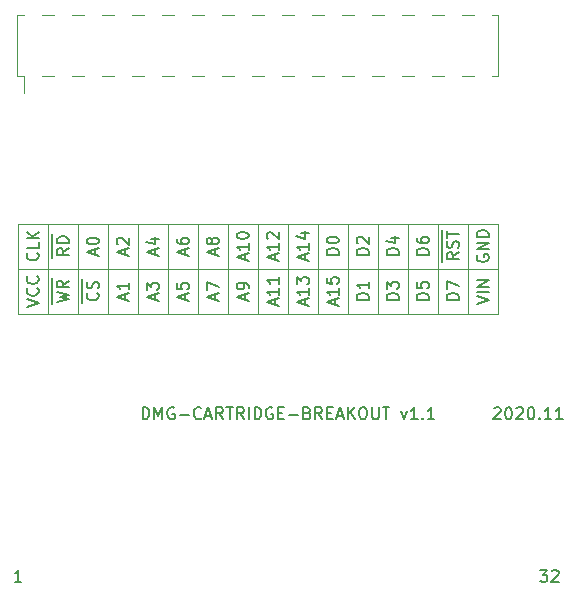
<source format=gbr>
G04 #@! TF.GenerationSoftware,KiCad,Pcbnew,5.1.7-a382d34a8~87~ubuntu18.04.1*
G04 #@! TF.CreationDate,2020-11-24T05:08:32+09:00*
G04 #@! TF.ProjectId,dmg-cartridge-breakout,646d672d-6361-4727-9472-696467652d62,rev?*
G04 #@! TF.SameCoordinates,Original*
G04 #@! TF.FileFunction,Legend,Top*
G04 #@! TF.FilePolarity,Positive*
%FSLAX46Y46*%
G04 Gerber Fmt 4.6, Leading zero omitted, Abs format (unit mm)*
G04 Created by KiCad (PCBNEW 5.1.7-a382d34a8~87~ubuntu18.04.1) date 2020-11-24 05:08:32*
%MOMM*%
%LPD*%
G01*
G04 APERTURE LIST*
%ADD10C,0.150000*%
%ADD11C,0.120000*%
G04 APERTURE END LIST*
D10*
X71842380Y-59920238D02*
X72842380Y-59586904D01*
X71842380Y-59253571D01*
X72842380Y-58920238D02*
X71842380Y-58920238D01*
X72842380Y-58444047D02*
X71842380Y-58444047D01*
X72842380Y-57872619D01*
X71842380Y-57872619D01*
D11*
X71120000Y-60730000D02*
X71120000Y-53110000D01*
X68580000Y-60730000D02*
X68580000Y-53110000D01*
X66040000Y-60730000D02*
X66040000Y-53110000D01*
X63500000Y-60730000D02*
X63500000Y-53110000D01*
X60960000Y-60730000D02*
X60960000Y-53110000D01*
X58420000Y-60730000D02*
X58420000Y-53110000D01*
X55880000Y-60730000D02*
X55880000Y-53110000D01*
X53340000Y-60730000D02*
X53340000Y-53110000D01*
X50800000Y-60730000D02*
X50800000Y-53110000D01*
X48260000Y-60730000D02*
X48260000Y-53110000D01*
X45720000Y-60730000D02*
X45720000Y-53110000D01*
X43180000Y-60730000D02*
X43180000Y-53110000D01*
X40640000Y-60730000D02*
X40640000Y-53110000D01*
X38100000Y-60730000D02*
X38100000Y-53110000D01*
X35560000Y-60730000D02*
X35560000Y-53110000D01*
X33020000Y-53110000D02*
X73660000Y-53110000D01*
X33020000Y-60730000D02*
X33020000Y-53110000D01*
X73660000Y-60730000D02*
X33020000Y-60730000D01*
X73660000Y-53110000D02*
X73660000Y-60730000D01*
X33020000Y-56920000D02*
X73660000Y-56920000D01*
D10*
X71890000Y-55776904D02*
X71842380Y-55872142D01*
X71842380Y-56015000D01*
X71890000Y-56157857D01*
X71985238Y-56253095D01*
X72080476Y-56300714D01*
X72270952Y-56348333D01*
X72413809Y-56348333D01*
X72604285Y-56300714D01*
X72699523Y-56253095D01*
X72794761Y-56157857D01*
X72842380Y-56015000D01*
X72842380Y-55919761D01*
X72794761Y-55776904D01*
X72747142Y-55729285D01*
X72413809Y-55729285D01*
X72413809Y-55919761D01*
X72842380Y-55300714D02*
X71842380Y-55300714D01*
X72842380Y-54729285D01*
X71842380Y-54729285D01*
X72842380Y-54253095D02*
X71842380Y-54253095D01*
X71842380Y-54015000D01*
X71890000Y-53872142D01*
X71985238Y-53776904D01*
X72080476Y-53729285D01*
X72270952Y-53681666D01*
X72413809Y-53681666D01*
X72604285Y-53729285D01*
X72699523Y-53776904D01*
X72794761Y-53872142D01*
X72842380Y-54015000D01*
X72842380Y-54253095D01*
X68935000Y-56372142D02*
X68935000Y-55372142D01*
X70302380Y-55562619D02*
X69826190Y-55895952D01*
X70302380Y-56134047D02*
X69302380Y-56134047D01*
X69302380Y-55753095D01*
X69350000Y-55657857D01*
X69397619Y-55610238D01*
X69492857Y-55562619D01*
X69635714Y-55562619D01*
X69730952Y-55610238D01*
X69778571Y-55657857D01*
X69826190Y-55753095D01*
X69826190Y-56134047D01*
X68935000Y-55372142D02*
X68935000Y-54419761D01*
X70254761Y-55181666D02*
X70302380Y-55038809D01*
X70302380Y-54800714D01*
X70254761Y-54705476D01*
X70207142Y-54657857D01*
X70111904Y-54610238D01*
X70016666Y-54610238D01*
X69921428Y-54657857D01*
X69873809Y-54705476D01*
X69826190Y-54800714D01*
X69778571Y-54991190D01*
X69730952Y-55086428D01*
X69683333Y-55134047D01*
X69588095Y-55181666D01*
X69492857Y-55181666D01*
X69397619Y-55134047D01*
X69350000Y-55086428D01*
X69302380Y-54991190D01*
X69302380Y-54753095D01*
X69350000Y-54610238D01*
X68935000Y-54419761D02*
X68935000Y-53657857D01*
X69302380Y-54324523D02*
X69302380Y-53753095D01*
X70302380Y-54038809D02*
X69302380Y-54038809D01*
X70302380Y-59563095D02*
X69302380Y-59563095D01*
X69302380Y-59325000D01*
X69350000Y-59182142D01*
X69445238Y-59086904D01*
X69540476Y-59039285D01*
X69730952Y-58991666D01*
X69873809Y-58991666D01*
X70064285Y-59039285D01*
X70159523Y-59086904D01*
X70254761Y-59182142D01*
X70302380Y-59325000D01*
X70302380Y-59563095D01*
X69302380Y-58658333D02*
X69302380Y-57991666D01*
X70302380Y-58420238D01*
X67762380Y-55753095D02*
X66762380Y-55753095D01*
X66762380Y-55515000D01*
X66810000Y-55372142D01*
X66905238Y-55276904D01*
X67000476Y-55229285D01*
X67190952Y-55181666D01*
X67333809Y-55181666D01*
X67524285Y-55229285D01*
X67619523Y-55276904D01*
X67714761Y-55372142D01*
X67762380Y-55515000D01*
X67762380Y-55753095D01*
X66762380Y-54324523D02*
X66762380Y-54515000D01*
X66810000Y-54610238D01*
X66857619Y-54657857D01*
X67000476Y-54753095D01*
X67190952Y-54800714D01*
X67571904Y-54800714D01*
X67667142Y-54753095D01*
X67714761Y-54705476D01*
X67762380Y-54610238D01*
X67762380Y-54419761D01*
X67714761Y-54324523D01*
X67667142Y-54276904D01*
X67571904Y-54229285D01*
X67333809Y-54229285D01*
X67238571Y-54276904D01*
X67190952Y-54324523D01*
X67143333Y-54419761D01*
X67143333Y-54610238D01*
X67190952Y-54705476D01*
X67238571Y-54753095D01*
X67333809Y-54800714D01*
X67762380Y-59563095D02*
X66762380Y-59563095D01*
X66762380Y-59325000D01*
X66810000Y-59182142D01*
X66905238Y-59086904D01*
X67000476Y-59039285D01*
X67190952Y-58991666D01*
X67333809Y-58991666D01*
X67524285Y-59039285D01*
X67619523Y-59086904D01*
X67714761Y-59182142D01*
X67762380Y-59325000D01*
X67762380Y-59563095D01*
X66762380Y-58086904D02*
X66762380Y-58563095D01*
X67238571Y-58610714D01*
X67190952Y-58563095D01*
X67143333Y-58467857D01*
X67143333Y-58229761D01*
X67190952Y-58134523D01*
X67238571Y-58086904D01*
X67333809Y-58039285D01*
X67571904Y-58039285D01*
X67667142Y-58086904D01*
X67714761Y-58134523D01*
X67762380Y-58229761D01*
X67762380Y-58467857D01*
X67714761Y-58563095D01*
X67667142Y-58610714D01*
X65222380Y-55753095D02*
X64222380Y-55753095D01*
X64222380Y-55515000D01*
X64270000Y-55372142D01*
X64365238Y-55276904D01*
X64460476Y-55229285D01*
X64650952Y-55181666D01*
X64793809Y-55181666D01*
X64984285Y-55229285D01*
X65079523Y-55276904D01*
X65174761Y-55372142D01*
X65222380Y-55515000D01*
X65222380Y-55753095D01*
X64555714Y-54324523D02*
X65222380Y-54324523D01*
X64174761Y-54562619D02*
X64889047Y-54800714D01*
X64889047Y-54181666D01*
X65222380Y-59563095D02*
X64222380Y-59563095D01*
X64222380Y-59325000D01*
X64270000Y-59182142D01*
X64365238Y-59086904D01*
X64460476Y-59039285D01*
X64650952Y-58991666D01*
X64793809Y-58991666D01*
X64984285Y-59039285D01*
X65079523Y-59086904D01*
X65174761Y-59182142D01*
X65222380Y-59325000D01*
X65222380Y-59563095D01*
X64222380Y-58658333D02*
X64222380Y-58039285D01*
X64603333Y-58372619D01*
X64603333Y-58229761D01*
X64650952Y-58134523D01*
X64698571Y-58086904D01*
X64793809Y-58039285D01*
X65031904Y-58039285D01*
X65127142Y-58086904D01*
X65174761Y-58134523D01*
X65222380Y-58229761D01*
X65222380Y-58515476D01*
X65174761Y-58610714D01*
X65127142Y-58658333D01*
X62682380Y-55753095D02*
X61682380Y-55753095D01*
X61682380Y-55515000D01*
X61730000Y-55372142D01*
X61825238Y-55276904D01*
X61920476Y-55229285D01*
X62110952Y-55181666D01*
X62253809Y-55181666D01*
X62444285Y-55229285D01*
X62539523Y-55276904D01*
X62634761Y-55372142D01*
X62682380Y-55515000D01*
X62682380Y-55753095D01*
X61777619Y-54800714D02*
X61730000Y-54753095D01*
X61682380Y-54657857D01*
X61682380Y-54419761D01*
X61730000Y-54324523D01*
X61777619Y-54276904D01*
X61872857Y-54229285D01*
X61968095Y-54229285D01*
X62110952Y-54276904D01*
X62682380Y-54848333D01*
X62682380Y-54229285D01*
X62682380Y-59563095D02*
X61682380Y-59563095D01*
X61682380Y-59325000D01*
X61730000Y-59182142D01*
X61825238Y-59086904D01*
X61920476Y-59039285D01*
X62110952Y-58991666D01*
X62253809Y-58991666D01*
X62444285Y-59039285D01*
X62539523Y-59086904D01*
X62634761Y-59182142D01*
X62682380Y-59325000D01*
X62682380Y-59563095D01*
X62682380Y-58039285D02*
X62682380Y-58610714D01*
X62682380Y-58325000D02*
X61682380Y-58325000D01*
X61825238Y-58420238D01*
X61920476Y-58515476D01*
X61968095Y-58610714D01*
X60142380Y-55753095D02*
X59142380Y-55753095D01*
X59142380Y-55515000D01*
X59190000Y-55372142D01*
X59285238Y-55276904D01*
X59380476Y-55229285D01*
X59570952Y-55181666D01*
X59713809Y-55181666D01*
X59904285Y-55229285D01*
X59999523Y-55276904D01*
X60094761Y-55372142D01*
X60142380Y-55515000D01*
X60142380Y-55753095D01*
X59142380Y-54562619D02*
X59142380Y-54467380D01*
X59190000Y-54372142D01*
X59237619Y-54324523D01*
X59332857Y-54276904D01*
X59523333Y-54229285D01*
X59761428Y-54229285D01*
X59951904Y-54276904D01*
X60047142Y-54324523D01*
X60094761Y-54372142D01*
X60142380Y-54467380D01*
X60142380Y-54562619D01*
X60094761Y-54657857D01*
X60047142Y-54705476D01*
X59951904Y-54753095D01*
X59761428Y-54800714D01*
X59523333Y-54800714D01*
X59332857Y-54753095D01*
X59237619Y-54705476D01*
X59190000Y-54657857D01*
X59142380Y-54562619D01*
X59856666Y-60015476D02*
X59856666Y-59539285D01*
X60142380Y-60110714D02*
X59142380Y-59777380D01*
X60142380Y-59444047D01*
X60142380Y-58586904D02*
X60142380Y-59158333D01*
X60142380Y-58872619D02*
X59142380Y-58872619D01*
X59285238Y-58967857D01*
X59380476Y-59063095D01*
X59428095Y-59158333D01*
X59142380Y-57682142D02*
X59142380Y-58158333D01*
X59618571Y-58205952D01*
X59570952Y-58158333D01*
X59523333Y-58063095D01*
X59523333Y-57825000D01*
X59570952Y-57729761D01*
X59618571Y-57682142D01*
X59713809Y-57634523D01*
X59951904Y-57634523D01*
X60047142Y-57682142D01*
X60094761Y-57729761D01*
X60142380Y-57825000D01*
X60142380Y-58063095D01*
X60094761Y-58158333D01*
X60047142Y-58205952D01*
X57316666Y-56205476D02*
X57316666Y-55729285D01*
X57602380Y-56300714D02*
X56602380Y-55967380D01*
X57602380Y-55634047D01*
X57602380Y-54776904D02*
X57602380Y-55348333D01*
X57602380Y-55062619D02*
X56602380Y-55062619D01*
X56745238Y-55157857D01*
X56840476Y-55253095D01*
X56888095Y-55348333D01*
X56935714Y-53919761D02*
X57602380Y-53919761D01*
X56554761Y-54157857D02*
X57269047Y-54395952D01*
X57269047Y-53776904D01*
X57316666Y-60015476D02*
X57316666Y-59539285D01*
X57602380Y-60110714D02*
X56602380Y-59777380D01*
X57602380Y-59444047D01*
X57602380Y-58586904D02*
X57602380Y-59158333D01*
X57602380Y-58872619D02*
X56602380Y-58872619D01*
X56745238Y-58967857D01*
X56840476Y-59063095D01*
X56888095Y-59158333D01*
X56602380Y-58253571D02*
X56602380Y-57634523D01*
X56983333Y-57967857D01*
X56983333Y-57825000D01*
X57030952Y-57729761D01*
X57078571Y-57682142D01*
X57173809Y-57634523D01*
X57411904Y-57634523D01*
X57507142Y-57682142D01*
X57554761Y-57729761D01*
X57602380Y-57825000D01*
X57602380Y-58110714D01*
X57554761Y-58205952D01*
X57507142Y-58253571D01*
X54776666Y-56205476D02*
X54776666Y-55729285D01*
X55062380Y-56300714D02*
X54062380Y-55967380D01*
X55062380Y-55634047D01*
X55062380Y-54776904D02*
X55062380Y-55348333D01*
X55062380Y-55062619D02*
X54062380Y-55062619D01*
X54205238Y-55157857D01*
X54300476Y-55253095D01*
X54348095Y-55348333D01*
X54157619Y-54395952D02*
X54110000Y-54348333D01*
X54062380Y-54253095D01*
X54062380Y-54015000D01*
X54110000Y-53919761D01*
X54157619Y-53872142D01*
X54252857Y-53824523D01*
X54348095Y-53824523D01*
X54490952Y-53872142D01*
X55062380Y-54443571D01*
X55062380Y-53824523D01*
X54776666Y-60015476D02*
X54776666Y-59539285D01*
X55062380Y-60110714D02*
X54062380Y-59777380D01*
X55062380Y-59444047D01*
X55062380Y-58586904D02*
X55062380Y-59158333D01*
X55062380Y-58872619D02*
X54062380Y-58872619D01*
X54205238Y-58967857D01*
X54300476Y-59063095D01*
X54348095Y-59158333D01*
X55062380Y-57634523D02*
X55062380Y-58205952D01*
X55062380Y-57920238D02*
X54062380Y-57920238D01*
X54205238Y-58015476D01*
X54300476Y-58110714D01*
X54348095Y-58205952D01*
X52236666Y-56205476D02*
X52236666Y-55729285D01*
X52522380Y-56300714D02*
X51522380Y-55967380D01*
X52522380Y-55634047D01*
X52522380Y-54776904D02*
X52522380Y-55348333D01*
X52522380Y-55062619D02*
X51522380Y-55062619D01*
X51665238Y-55157857D01*
X51760476Y-55253095D01*
X51808095Y-55348333D01*
X51522380Y-54157857D02*
X51522380Y-54062619D01*
X51570000Y-53967380D01*
X51617619Y-53919761D01*
X51712857Y-53872142D01*
X51903333Y-53824523D01*
X52141428Y-53824523D01*
X52331904Y-53872142D01*
X52427142Y-53919761D01*
X52474761Y-53967380D01*
X52522380Y-54062619D01*
X52522380Y-54157857D01*
X52474761Y-54253095D01*
X52427142Y-54300714D01*
X52331904Y-54348333D01*
X52141428Y-54395952D01*
X51903333Y-54395952D01*
X51712857Y-54348333D01*
X51617619Y-54300714D01*
X51570000Y-54253095D01*
X51522380Y-54157857D01*
X52236666Y-59539285D02*
X52236666Y-59063095D01*
X52522380Y-59634523D02*
X51522380Y-59301190D01*
X52522380Y-58967857D01*
X52522380Y-58586904D02*
X52522380Y-58396428D01*
X52474761Y-58301190D01*
X52427142Y-58253571D01*
X52284285Y-58158333D01*
X52093809Y-58110714D01*
X51712857Y-58110714D01*
X51617619Y-58158333D01*
X51570000Y-58205952D01*
X51522380Y-58301190D01*
X51522380Y-58491666D01*
X51570000Y-58586904D01*
X51617619Y-58634523D01*
X51712857Y-58682142D01*
X51950952Y-58682142D01*
X52046190Y-58634523D01*
X52093809Y-58586904D01*
X52141428Y-58491666D01*
X52141428Y-58301190D01*
X52093809Y-58205952D01*
X52046190Y-58158333D01*
X51950952Y-58110714D01*
X49696666Y-55729285D02*
X49696666Y-55253095D01*
X49982380Y-55824523D02*
X48982380Y-55491190D01*
X49982380Y-55157857D01*
X49410952Y-54681666D02*
X49363333Y-54776904D01*
X49315714Y-54824523D01*
X49220476Y-54872142D01*
X49172857Y-54872142D01*
X49077619Y-54824523D01*
X49030000Y-54776904D01*
X48982380Y-54681666D01*
X48982380Y-54491190D01*
X49030000Y-54395952D01*
X49077619Y-54348333D01*
X49172857Y-54300714D01*
X49220476Y-54300714D01*
X49315714Y-54348333D01*
X49363333Y-54395952D01*
X49410952Y-54491190D01*
X49410952Y-54681666D01*
X49458571Y-54776904D01*
X49506190Y-54824523D01*
X49601428Y-54872142D01*
X49791904Y-54872142D01*
X49887142Y-54824523D01*
X49934761Y-54776904D01*
X49982380Y-54681666D01*
X49982380Y-54491190D01*
X49934761Y-54395952D01*
X49887142Y-54348333D01*
X49791904Y-54300714D01*
X49601428Y-54300714D01*
X49506190Y-54348333D01*
X49458571Y-54395952D01*
X49410952Y-54491190D01*
X49696666Y-59539285D02*
X49696666Y-59063095D01*
X49982380Y-59634523D02*
X48982380Y-59301190D01*
X49982380Y-58967857D01*
X48982380Y-58729761D02*
X48982380Y-58063095D01*
X49982380Y-58491666D01*
X47156666Y-55729285D02*
X47156666Y-55253095D01*
X47442380Y-55824523D02*
X46442380Y-55491190D01*
X47442380Y-55157857D01*
X46442380Y-54395952D02*
X46442380Y-54586428D01*
X46490000Y-54681666D01*
X46537619Y-54729285D01*
X46680476Y-54824523D01*
X46870952Y-54872142D01*
X47251904Y-54872142D01*
X47347142Y-54824523D01*
X47394761Y-54776904D01*
X47442380Y-54681666D01*
X47442380Y-54491190D01*
X47394761Y-54395952D01*
X47347142Y-54348333D01*
X47251904Y-54300714D01*
X47013809Y-54300714D01*
X46918571Y-54348333D01*
X46870952Y-54395952D01*
X46823333Y-54491190D01*
X46823333Y-54681666D01*
X46870952Y-54776904D01*
X46918571Y-54824523D01*
X47013809Y-54872142D01*
X47156666Y-59539285D02*
X47156666Y-59063095D01*
X47442380Y-59634523D02*
X46442380Y-59301190D01*
X47442380Y-58967857D01*
X46442380Y-58158333D02*
X46442380Y-58634523D01*
X46918571Y-58682142D01*
X46870952Y-58634523D01*
X46823333Y-58539285D01*
X46823333Y-58301190D01*
X46870952Y-58205952D01*
X46918571Y-58158333D01*
X47013809Y-58110714D01*
X47251904Y-58110714D01*
X47347142Y-58158333D01*
X47394761Y-58205952D01*
X47442380Y-58301190D01*
X47442380Y-58539285D01*
X47394761Y-58634523D01*
X47347142Y-58682142D01*
X44616666Y-55729285D02*
X44616666Y-55253095D01*
X44902380Y-55824523D02*
X43902380Y-55491190D01*
X44902380Y-55157857D01*
X44235714Y-54395952D02*
X44902380Y-54395952D01*
X43854761Y-54634047D02*
X44569047Y-54872142D01*
X44569047Y-54253095D01*
X44616666Y-59539285D02*
X44616666Y-59063095D01*
X44902380Y-59634523D02*
X43902380Y-59301190D01*
X44902380Y-58967857D01*
X43902380Y-58729761D02*
X43902380Y-58110714D01*
X44283333Y-58444047D01*
X44283333Y-58301190D01*
X44330952Y-58205952D01*
X44378571Y-58158333D01*
X44473809Y-58110714D01*
X44711904Y-58110714D01*
X44807142Y-58158333D01*
X44854761Y-58205952D01*
X44902380Y-58301190D01*
X44902380Y-58586904D01*
X44854761Y-58682142D01*
X44807142Y-58729761D01*
X42076666Y-55729285D02*
X42076666Y-55253095D01*
X42362380Y-55824523D02*
X41362380Y-55491190D01*
X42362380Y-55157857D01*
X41457619Y-54872142D02*
X41410000Y-54824523D01*
X41362380Y-54729285D01*
X41362380Y-54491190D01*
X41410000Y-54395952D01*
X41457619Y-54348333D01*
X41552857Y-54300714D01*
X41648095Y-54300714D01*
X41790952Y-54348333D01*
X42362380Y-54919761D01*
X42362380Y-54300714D01*
X42076666Y-59539285D02*
X42076666Y-59063095D01*
X42362380Y-59634523D02*
X41362380Y-59301190D01*
X42362380Y-58967857D01*
X42362380Y-58110714D02*
X42362380Y-58682142D01*
X42362380Y-58396428D02*
X41362380Y-58396428D01*
X41505238Y-58491666D01*
X41600476Y-58586904D01*
X41648095Y-58682142D01*
X39536666Y-55729285D02*
X39536666Y-55253095D01*
X39822380Y-55824523D02*
X38822380Y-55491190D01*
X39822380Y-55157857D01*
X38822380Y-54634047D02*
X38822380Y-54538809D01*
X38870000Y-54443571D01*
X38917619Y-54395952D01*
X39012857Y-54348333D01*
X39203333Y-54300714D01*
X39441428Y-54300714D01*
X39631904Y-54348333D01*
X39727142Y-54395952D01*
X39774761Y-54443571D01*
X39822380Y-54538809D01*
X39822380Y-54634047D01*
X39774761Y-54729285D01*
X39727142Y-54776904D01*
X39631904Y-54824523D01*
X39441428Y-54872142D01*
X39203333Y-54872142D01*
X39012857Y-54824523D01*
X38917619Y-54776904D01*
X38870000Y-54729285D01*
X38822380Y-54634047D01*
X38455000Y-59801190D02*
X38455000Y-58801190D01*
X39727142Y-58991666D02*
X39774761Y-59039285D01*
X39822380Y-59182142D01*
X39822380Y-59277380D01*
X39774761Y-59420238D01*
X39679523Y-59515476D01*
X39584285Y-59563095D01*
X39393809Y-59610714D01*
X39250952Y-59610714D01*
X39060476Y-59563095D01*
X38965238Y-59515476D01*
X38870000Y-59420238D01*
X38822380Y-59277380D01*
X38822380Y-59182142D01*
X38870000Y-59039285D01*
X38917619Y-58991666D01*
X38455000Y-58801190D02*
X38455000Y-57848809D01*
X39774761Y-58610714D02*
X39822380Y-58467857D01*
X39822380Y-58229761D01*
X39774761Y-58134523D01*
X39727142Y-58086904D01*
X39631904Y-58039285D01*
X39536666Y-58039285D01*
X39441428Y-58086904D01*
X39393809Y-58134523D01*
X39346190Y-58229761D01*
X39298571Y-58420238D01*
X39250952Y-58515476D01*
X39203333Y-58563095D01*
X39108095Y-58610714D01*
X39012857Y-58610714D01*
X38917619Y-58563095D01*
X38870000Y-58515476D01*
X38822380Y-58420238D01*
X38822380Y-58182142D01*
X38870000Y-58039285D01*
X35915000Y-56015000D02*
X35915000Y-55015000D01*
X37282380Y-55205476D02*
X36806190Y-55538809D01*
X37282380Y-55776904D02*
X36282380Y-55776904D01*
X36282380Y-55395952D01*
X36330000Y-55300714D01*
X36377619Y-55253095D01*
X36472857Y-55205476D01*
X36615714Y-55205476D01*
X36710952Y-55253095D01*
X36758571Y-55300714D01*
X36806190Y-55395952D01*
X36806190Y-55776904D01*
X35915000Y-55015000D02*
X35915000Y-54015000D01*
X37282380Y-54776904D02*
X36282380Y-54776904D01*
X36282380Y-54538809D01*
X36330000Y-54395952D01*
X36425238Y-54300714D01*
X36520476Y-54253095D01*
X36710952Y-54205476D01*
X36853809Y-54205476D01*
X37044285Y-54253095D01*
X37139523Y-54300714D01*
X37234761Y-54395952D01*
X37282380Y-54538809D01*
X37282380Y-54776904D01*
X35915000Y-59896428D02*
X35915000Y-58753571D01*
X36282380Y-59753571D02*
X37282380Y-59515476D01*
X36568095Y-59325000D01*
X37282380Y-59134523D01*
X36282380Y-58896428D01*
X35915000Y-58753571D02*
X35915000Y-57753571D01*
X37282380Y-57944047D02*
X36806190Y-58277380D01*
X37282380Y-58515476D02*
X36282380Y-58515476D01*
X36282380Y-58134523D01*
X36330000Y-58039285D01*
X36377619Y-57991666D01*
X36472857Y-57944047D01*
X36615714Y-57944047D01*
X36710952Y-57991666D01*
X36758571Y-58039285D01*
X36806190Y-58134523D01*
X36806190Y-58515476D01*
X34647142Y-55610238D02*
X34694761Y-55657857D01*
X34742380Y-55800714D01*
X34742380Y-55895952D01*
X34694761Y-56038809D01*
X34599523Y-56134047D01*
X34504285Y-56181666D01*
X34313809Y-56229285D01*
X34170952Y-56229285D01*
X33980476Y-56181666D01*
X33885238Y-56134047D01*
X33790000Y-56038809D01*
X33742380Y-55895952D01*
X33742380Y-55800714D01*
X33790000Y-55657857D01*
X33837619Y-55610238D01*
X34742380Y-54705476D02*
X34742380Y-55181666D01*
X33742380Y-55181666D01*
X34742380Y-54372142D02*
X33742380Y-54372142D01*
X34742380Y-53800714D02*
X34170952Y-54229285D01*
X33742380Y-53800714D02*
X34313809Y-54372142D01*
X77190476Y-82452380D02*
X77809523Y-82452380D01*
X77476190Y-82833333D01*
X77619047Y-82833333D01*
X77714285Y-82880952D01*
X77761904Y-82928571D01*
X77809523Y-83023809D01*
X77809523Y-83261904D01*
X77761904Y-83357142D01*
X77714285Y-83404761D01*
X77619047Y-83452380D01*
X77333333Y-83452380D01*
X77238095Y-83404761D01*
X77190476Y-83357142D01*
X78190476Y-82547619D02*
X78238095Y-82500000D01*
X78333333Y-82452380D01*
X78571428Y-82452380D01*
X78666666Y-82500000D01*
X78714285Y-82547619D01*
X78761904Y-82642857D01*
X78761904Y-82738095D01*
X78714285Y-82880952D01*
X78142857Y-83452380D01*
X78761904Y-83452380D01*
X33285714Y-83452380D02*
X32714285Y-83452380D01*
X33000000Y-83452380D02*
X33000000Y-82452380D01*
X32904761Y-82595238D01*
X32809523Y-82690476D01*
X32714285Y-82738095D01*
X33742380Y-60158333D02*
X34742380Y-59825000D01*
X33742380Y-59491666D01*
X34647142Y-58586904D02*
X34694761Y-58634523D01*
X34742380Y-58777380D01*
X34742380Y-58872619D01*
X34694761Y-59015476D01*
X34599523Y-59110714D01*
X34504285Y-59158333D01*
X34313809Y-59205952D01*
X34170952Y-59205952D01*
X33980476Y-59158333D01*
X33885238Y-59110714D01*
X33790000Y-59015476D01*
X33742380Y-58872619D01*
X33742380Y-58777380D01*
X33790000Y-58634523D01*
X33837619Y-58586904D01*
X34647142Y-57586904D02*
X34694761Y-57634523D01*
X34742380Y-57777380D01*
X34742380Y-57872619D01*
X34694761Y-58015476D01*
X34599523Y-58110714D01*
X34504285Y-58158333D01*
X34313809Y-58205952D01*
X34170952Y-58205952D01*
X33980476Y-58158333D01*
X33885238Y-58110714D01*
X33790000Y-58015476D01*
X33742380Y-57872619D01*
X33742380Y-57777380D01*
X33790000Y-57634523D01*
X33837619Y-57586904D01*
X73295238Y-68762619D02*
X73342857Y-68715000D01*
X73438095Y-68667380D01*
X73676190Y-68667380D01*
X73771428Y-68715000D01*
X73819047Y-68762619D01*
X73866666Y-68857857D01*
X73866666Y-68953095D01*
X73819047Y-69095952D01*
X73247619Y-69667380D01*
X73866666Y-69667380D01*
X74485714Y-68667380D02*
X74580952Y-68667380D01*
X74676190Y-68715000D01*
X74723809Y-68762619D01*
X74771428Y-68857857D01*
X74819047Y-69048333D01*
X74819047Y-69286428D01*
X74771428Y-69476904D01*
X74723809Y-69572142D01*
X74676190Y-69619761D01*
X74580952Y-69667380D01*
X74485714Y-69667380D01*
X74390476Y-69619761D01*
X74342857Y-69572142D01*
X74295238Y-69476904D01*
X74247619Y-69286428D01*
X74247619Y-69048333D01*
X74295238Y-68857857D01*
X74342857Y-68762619D01*
X74390476Y-68715000D01*
X74485714Y-68667380D01*
X75200000Y-68762619D02*
X75247619Y-68715000D01*
X75342857Y-68667380D01*
X75580952Y-68667380D01*
X75676190Y-68715000D01*
X75723809Y-68762619D01*
X75771428Y-68857857D01*
X75771428Y-68953095D01*
X75723809Y-69095952D01*
X75152380Y-69667380D01*
X75771428Y-69667380D01*
X76390476Y-68667380D02*
X76485714Y-68667380D01*
X76580952Y-68715000D01*
X76628571Y-68762619D01*
X76676190Y-68857857D01*
X76723809Y-69048333D01*
X76723809Y-69286428D01*
X76676190Y-69476904D01*
X76628571Y-69572142D01*
X76580952Y-69619761D01*
X76485714Y-69667380D01*
X76390476Y-69667380D01*
X76295238Y-69619761D01*
X76247619Y-69572142D01*
X76200000Y-69476904D01*
X76152380Y-69286428D01*
X76152380Y-69048333D01*
X76200000Y-68857857D01*
X76247619Y-68762619D01*
X76295238Y-68715000D01*
X76390476Y-68667380D01*
X77152380Y-69572142D02*
X77200000Y-69619761D01*
X77152380Y-69667380D01*
X77104761Y-69619761D01*
X77152380Y-69572142D01*
X77152380Y-69667380D01*
X78152380Y-69667380D02*
X77580952Y-69667380D01*
X77866666Y-69667380D02*
X77866666Y-68667380D01*
X77771428Y-68810238D01*
X77676190Y-68905476D01*
X77580952Y-68953095D01*
X79104761Y-69667380D02*
X78533333Y-69667380D01*
X78819047Y-69667380D02*
X78819047Y-68667380D01*
X78723809Y-68810238D01*
X78628571Y-68905476D01*
X78533333Y-68953095D01*
X43546666Y-69667380D02*
X43546666Y-68667380D01*
X43784761Y-68667380D01*
X43927619Y-68715000D01*
X44022857Y-68810238D01*
X44070476Y-68905476D01*
X44118095Y-69095952D01*
X44118095Y-69238809D01*
X44070476Y-69429285D01*
X44022857Y-69524523D01*
X43927619Y-69619761D01*
X43784761Y-69667380D01*
X43546666Y-69667380D01*
X44546666Y-69667380D02*
X44546666Y-68667380D01*
X44880000Y-69381666D01*
X45213333Y-68667380D01*
X45213333Y-69667380D01*
X46213333Y-68715000D02*
X46118095Y-68667380D01*
X45975238Y-68667380D01*
X45832380Y-68715000D01*
X45737142Y-68810238D01*
X45689523Y-68905476D01*
X45641904Y-69095952D01*
X45641904Y-69238809D01*
X45689523Y-69429285D01*
X45737142Y-69524523D01*
X45832380Y-69619761D01*
X45975238Y-69667380D01*
X46070476Y-69667380D01*
X46213333Y-69619761D01*
X46260952Y-69572142D01*
X46260952Y-69238809D01*
X46070476Y-69238809D01*
X46689523Y-69286428D02*
X47451428Y-69286428D01*
X48499047Y-69572142D02*
X48451428Y-69619761D01*
X48308571Y-69667380D01*
X48213333Y-69667380D01*
X48070476Y-69619761D01*
X47975238Y-69524523D01*
X47927619Y-69429285D01*
X47880000Y-69238809D01*
X47880000Y-69095952D01*
X47927619Y-68905476D01*
X47975238Y-68810238D01*
X48070476Y-68715000D01*
X48213333Y-68667380D01*
X48308571Y-68667380D01*
X48451428Y-68715000D01*
X48499047Y-68762619D01*
X48880000Y-69381666D02*
X49356190Y-69381666D01*
X48784761Y-69667380D02*
X49118095Y-68667380D01*
X49451428Y-69667380D01*
X50356190Y-69667380D02*
X50022857Y-69191190D01*
X49784761Y-69667380D02*
X49784761Y-68667380D01*
X50165714Y-68667380D01*
X50260952Y-68715000D01*
X50308571Y-68762619D01*
X50356190Y-68857857D01*
X50356190Y-69000714D01*
X50308571Y-69095952D01*
X50260952Y-69143571D01*
X50165714Y-69191190D01*
X49784761Y-69191190D01*
X50641904Y-68667380D02*
X51213333Y-68667380D01*
X50927619Y-69667380D02*
X50927619Y-68667380D01*
X52118095Y-69667380D02*
X51784761Y-69191190D01*
X51546666Y-69667380D02*
X51546666Y-68667380D01*
X51927619Y-68667380D01*
X52022857Y-68715000D01*
X52070476Y-68762619D01*
X52118095Y-68857857D01*
X52118095Y-69000714D01*
X52070476Y-69095952D01*
X52022857Y-69143571D01*
X51927619Y-69191190D01*
X51546666Y-69191190D01*
X52546666Y-69667380D02*
X52546666Y-68667380D01*
X53022857Y-69667380D02*
X53022857Y-68667380D01*
X53260952Y-68667380D01*
X53403809Y-68715000D01*
X53499047Y-68810238D01*
X53546666Y-68905476D01*
X53594285Y-69095952D01*
X53594285Y-69238809D01*
X53546666Y-69429285D01*
X53499047Y-69524523D01*
X53403809Y-69619761D01*
X53260952Y-69667380D01*
X53022857Y-69667380D01*
X54546666Y-68715000D02*
X54451428Y-68667380D01*
X54308571Y-68667380D01*
X54165714Y-68715000D01*
X54070476Y-68810238D01*
X54022857Y-68905476D01*
X53975238Y-69095952D01*
X53975238Y-69238809D01*
X54022857Y-69429285D01*
X54070476Y-69524523D01*
X54165714Y-69619761D01*
X54308571Y-69667380D01*
X54403809Y-69667380D01*
X54546666Y-69619761D01*
X54594285Y-69572142D01*
X54594285Y-69238809D01*
X54403809Y-69238809D01*
X55022857Y-69143571D02*
X55356190Y-69143571D01*
X55499047Y-69667380D02*
X55022857Y-69667380D01*
X55022857Y-68667380D01*
X55499047Y-68667380D01*
X55927619Y-69286428D02*
X56689523Y-69286428D01*
X57499047Y-69143571D02*
X57641904Y-69191190D01*
X57689523Y-69238809D01*
X57737142Y-69334047D01*
X57737142Y-69476904D01*
X57689523Y-69572142D01*
X57641904Y-69619761D01*
X57546666Y-69667380D01*
X57165714Y-69667380D01*
X57165714Y-68667380D01*
X57499047Y-68667380D01*
X57594285Y-68715000D01*
X57641904Y-68762619D01*
X57689523Y-68857857D01*
X57689523Y-68953095D01*
X57641904Y-69048333D01*
X57594285Y-69095952D01*
X57499047Y-69143571D01*
X57165714Y-69143571D01*
X58737142Y-69667380D02*
X58403809Y-69191190D01*
X58165714Y-69667380D02*
X58165714Y-68667380D01*
X58546666Y-68667380D01*
X58641904Y-68715000D01*
X58689523Y-68762619D01*
X58737142Y-68857857D01*
X58737142Y-69000714D01*
X58689523Y-69095952D01*
X58641904Y-69143571D01*
X58546666Y-69191190D01*
X58165714Y-69191190D01*
X59165714Y-69143571D02*
X59499047Y-69143571D01*
X59641904Y-69667380D02*
X59165714Y-69667380D01*
X59165714Y-68667380D01*
X59641904Y-68667380D01*
X60022857Y-69381666D02*
X60499047Y-69381666D01*
X59927619Y-69667380D02*
X60260952Y-68667380D01*
X60594285Y-69667380D01*
X60927619Y-69667380D02*
X60927619Y-68667380D01*
X61499047Y-69667380D02*
X61070476Y-69095952D01*
X61499047Y-68667380D02*
X60927619Y-69238809D01*
X62118095Y-68667380D02*
X62308571Y-68667380D01*
X62403809Y-68715000D01*
X62499047Y-68810238D01*
X62546666Y-69000714D01*
X62546666Y-69334047D01*
X62499047Y-69524523D01*
X62403809Y-69619761D01*
X62308571Y-69667380D01*
X62118095Y-69667380D01*
X62022857Y-69619761D01*
X61927619Y-69524523D01*
X61880000Y-69334047D01*
X61880000Y-69000714D01*
X61927619Y-68810238D01*
X62022857Y-68715000D01*
X62118095Y-68667380D01*
X62975238Y-68667380D02*
X62975238Y-69476904D01*
X63022857Y-69572142D01*
X63070476Y-69619761D01*
X63165714Y-69667380D01*
X63356190Y-69667380D01*
X63451428Y-69619761D01*
X63499047Y-69572142D01*
X63546666Y-69476904D01*
X63546666Y-68667380D01*
X63880000Y-68667380D02*
X64451428Y-68667380D01*
X64165714Y-69667380D02*
X64165714Y-68667380D01*
X65451428Y-69000714D02*
X65689523Y-69667380D01*
X65927619Y-69000714D01*
X66832380Y-69667380D02*
X66260952Y-69667380D01*
X66546666Y-69667380D02*
X66546666Y-68667380D01*
X66451428Y-68810238D01*
X66356190Y-68905476D01*
X66260952Y-68953095D01*
X67260952Y-69572142D02*
X67308571Y-69619761D01*
X67260952Y-69667380D01*
X67213333Y-69619761D01*
X67260952Y-69572142D01*
X67260952Y-69667380D01*
X68260952Y-69667380D02*
X67689523Y-69667380D01*
X67975238Y-69667380D02*
X67975238Y-68667380D01*
X67880000Y-68810238D01*
X67784761Y-68905476D01*
X67689523Y-68953095D01*
D11*
X32920000Y-40660000D02*
X32920000Y-35460000D01*
X73680000Y-40660000D02*
X73680000Y-35460000D01*
X33490000Y-42100000D02*
X33490000Y-40660000D01*
X32920000Y-40660000D02*
X33490000Y-40660000D01*
X32920000Y-35460000D02*
X33490000Y-35460000D01*
X73110000Y-40660000D02*
X73680000Y-40660000D01*
X73110000Y-35460000D02*
X73680000Y-35460000D01*
X35010000Y-40660000D02*
X36030000Y-40660000D01*
X35010000Y-35460000D02*
X36030000Y-35460000D01*
X37550000Y-40660000D02*
X38570000Y-40660000D01*
X37550000Y-35460000D02*
X38570000Y-35460000D01*
X40090000Y-40660000D02*
X41110000Y-40660000D01*
X40090000Y-35460000D02*
X41110000Y-35460000D01*
X42630000Y-40660000D02*
X43650000Y-40660000D01*
X42630000Y-35460000D02*
X43650000Y-35460000D01*
X45170000Y-40660000D02*
X46190000Y-40660000D01*
X45170000Y-35460000D02*
X46190000Y-35460000D01*
X47710000Y-40660000D02*
X48730000Y-40660000D01*
X47710000Y-35460000D02*
X48730000Y-35460000D01*
X50250000Y-40660000D02*
X51270000Y-40660000D01*
X50250000Y-35460000D02*
X51270000Y-35460000D01*
X52790000Y-40660000D02*
X53810000Y-40660000D01*
X52790000Y-35460000D02*
X53810000Y-35460000D01*
X55330000Y-40660000D02*
X56350000Y-40660000D01*
X55330000Y-35460000D02*
X56350000Y-35460000D01*
X57870000Y-40660000D02*
X58890000Y-40660000D01*
X57870000Y-35460000D02*
X58890000Y-35460000D01*
X60410000Y-40660000D02*
X61430000Y-40660000D01*
X60410000Y-35460000D02*
X61430000Y-35460000D01*
X62950000Y-40660000D02*
X63970000Y-40660000D01*
X62950000Y-35460000D02*
X63970000Y-35460000D01*
X65490000Y-40660000D02*
X66510000Y-40660000D01*
X65490000Y-35460000D02*
X66510000Y-35460000D01*
X68030000Y-40660000D02*
X69050000Y-40660000D01*
X68030000Y-35460000D02*
X69050000Y-35460000D01*
X70570000Y-40660000D02*
X71590000Y-40660000D01*
X70570000Y-35460000D02*
X71590000Y-35460000D01*
M02*

</source>
